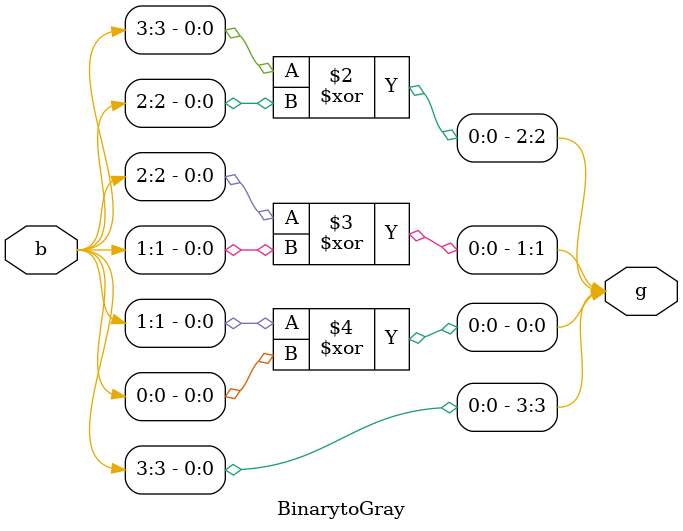
<source format=v>
module BinarytoGray(g,b);
input [3:0]b;
output [3:0]g;
or(g[3],b[3],b[3]);
xor(g[2],b[3],b[2]);
xor(g[1],b[2],b[1]);
xor(g[0],b[1],b[0]);
endmodule
</source>
